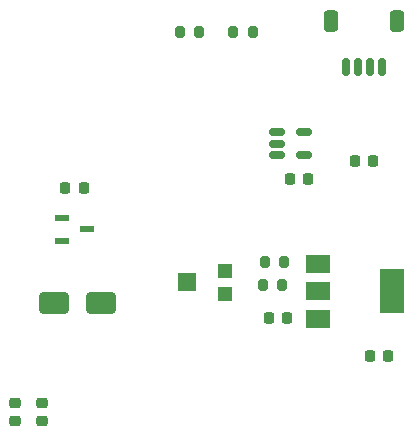
<source format=gbr>
%TF.GenerationSoftware,KiCad,Pcbnew,7.0.2-0*%
%TF.CreationDate,2023-10-31T10:36:30-04:00*%
%TF.ProjectId,WiringHarness,57697269-6e67-4486-9172-6e6573732e6b,rev?*%
%TF.SameCoordinates,Original*%
%TF.FileFunction,Paste,Top*%
%TF.FilePolarity,Positive*%
%FSLAX46Y46*%
G04 Gerber Fmt 4.6, Leading zero omitted, Abs format (unit mm)*
G04 Created by KiCad (PCBNEW 7.0.2-0) date 2023-10-31 10:36:30*
%MOMM*%
%LPD*%
G01*
G04 APERTURE LIST*
G04 Aperture macros list*
%AMRoundRect*
0 Rectangle with rounded corners*
0 $1 Rounding radius*
0 $2 $3 $4 $5 $6 $7 $8 $9 X,Y pos of 4 corners*
0 Add a 4 corners polygon primitive as box body*
4,1,4,$2,$3,$4,$5,$6,$7,$8,$9,$2,$3,0*
0 Add four circle primitives for the rounded corners*
1,1,$1+$1,$2,$3*
1,1,$1+$1,$4,$5*
1,1,$1+$1,$6,$7*
1,1,$1+$1,$8,$9*
0 Add four rect primitives between the rounded corners*
20,1,$1+$1,$2,$3,$4,$5,0*
20,1,$1+$1,$4,$5,$6,$7,0*
20,1,$1+$1,$6,$7,$8,$9,0*
20,1,$1+$1,$8,$9,$2,$3,0*%
G04 Aperture macros list end*
%ADD10RoundRect,0.200000X0.200000X0.275000X-0.200000X0.275000X-0.200000X-0.275000X0.200000X-0.275000X0*%
%ADD11R,1.200000X1.200000*%
%ADD12R,1.500000X1.600000*%
%ADD13RoundRect,0.150000X0.150000X0.625000X-0.150000X0.625000X-0.150000X-0.625000X0.150000X-0.625000X0*%
%ADD14RoundRect,0.250000X0.350000X0.650000X-0.350000X0.650000X-0.350000X-0.650000X0.350000X-0.650000X0*%
%ADD15RoundRect,0.225000X-0.225000X-0.250000X0.225000X-0.250000X0.225000X0.250000X-0.225000X0.250000X0*%
%ADD16RoundRect,0.225000X-0.250000X0.225000X-0.250000X-0.225000X0.250000X-0.225000X0.250000X0.225000X0*%
%ADD17RoundRect,0.088500X-0.531500X-0.206500X0.531500X-0.206500X0.531500X0.206500X-0.531500X0.206500X0*%
%ADD18RoundRect,0.088500X0.531500X0.206500X-0.531500X0.206500X-0.531500X-0.206500X0.531500X-0.206500X0*%
%ADD19RoundRect,0.200000X-0.200000X-0.275000X0.200000X-0.275000X0.200000X0.275000X-0.200000X0.275000X0*%
%ADD20RoundRect,0.225000X0.225000X0.250000X-0.225000X0.250000X-0.225000X-0.250000X0.225000X-0.250000X0*%
%ADD21RoundRect,0.250000X1.000000X0.650000X-1.000000X0.650000X-1.000000X-0.650000X1.000000X-0.650000X0*%
%ADD22R,2.000000X1.500000*%
%ADD23R,2.000000X3.800000*%
%ADD24RoundRect,0.150000X-0.512500X-0.150000X0.512500X-0.150000X0.512500X0.150000X-0.512500X0.150000X0*%
G04 APERTURE END LIST*
D10*
%TO.C,R4*%
X162250000Y-97250000D03*
X160600000Y-97250000D03*
%TD*%
%TO.C,R3*%
X162075000Y-99250000D03*
X160425000Y-99250000D03*
%TD*%
D11*
%TO.C,R5*%
X157250000Y-100000000D03*
D12*
X154000000Y-99000000D03*
D11*
X157250000Y-98000000D03*
%TD*%
D13*
%TO.C,J6*%
X170500000Y-80750000D03*
X169500000Y-80750000D03*
X168500000Y-80750000D03*
X167500000Y-80750000D03*
D14*
X171800000Y-76875000D03*
X166200000Y-76875000D03*
%TD*%
D15*
%TO.C,C6*%
X168225000Y-88750000D03*
X169775000Y-88750000D03*
%TD*%
D16*
%TO.C,C2*%
X141750000Y-109200000D03*
X141750000Y-110750000D03*
%TD*%
D17*
%TO.C,VR1*%
X143445000Y-93550000D03*
X143445000Y-95450000D03*
D18*
X145555000Y-94500000D03*
%TD*%
D19*
%TO.C,R2*%
X153425000Y-77750000D03*
X155075000Y-77750000D03*
%TD*%
D20*
%TO.C,C1*%
X162525000Y-102000000D03*
X160975000Y-102000000D03*
%TD*%
D10*
%TO.C,R1*%
X159575000Y-77750000D03*
X157925000Y-77750000D03*
%TD*%
D16*
%TO.C,C3*%
X139500000Y-109200000D03*
X139500000Y-110750000D03*
%TD*%
D15*
%TO.C,C7*%
X143725000Y-91000000D03*
X145275000Y-91000000D03*
%TD*%
D21*
%TO.C,D1*%
X146750000Y-100750000D03*
X142750000Y-100750000D03*
%TD*%
D22*
%TO.C,U3*%
X165100000Y-97450000D03*
X165100000Y-99750000D03*
D23*
X171400000Y-99750000D03*
D22*
X165100000Y-102050000D03*
%TD*%
D20*
%TO.C,C4*%
X171025000Y-105250000D03*
X169475000Y-105250000D03*
%TD*%
D24*
%TO.C,U2*%
X161612500Y-86300000D03*
X161612500Y-87250000D03*
X161612500Y-88200000D03*
X163887500Y-88200000D03*
X163887500Y-86300000D03*
%TD*%
D15*
%TO.C,C5*%
X162750000Y-90250000D03*
X164300000Y-90250000D03*
%TD*%
M02*

</source>
